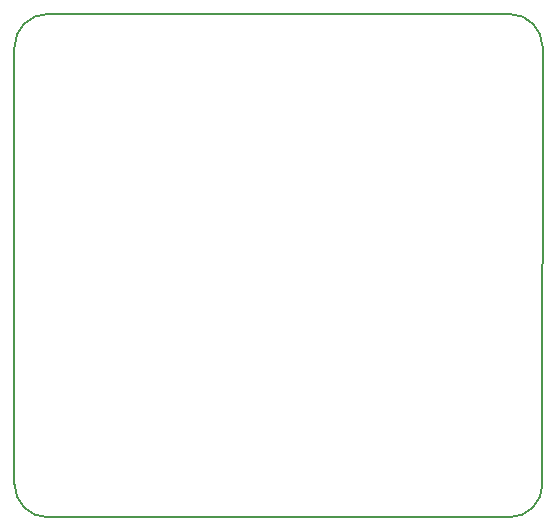
<source format=gm1>
%TF.GenerationSoftware,KiCad,Pcbnew,7.0.7*%
%TF.CreationDate,2024-02-05T14:32:18+01:00*%
%TF.ProjectId,esp-atx-power,6573702d-6174-4782-9d70-6f7765722e6b,1.0.1*%
%TF.SameCoordinates,PX6695f68PY7b6af88*%
%TF.FileFunction,Profile,NP*%
%FSLAX46Y46*%
G04 Gerber Fmt 4.6, Leading zero omitted, Abs format (unit mm)*
G04 Created by KiCad (PCBNEW 7.0.7) date 2024-02-05 14:32:18*
%MOMM*%
%LPD*%
G01*
G04 APERTURE LIST*
%TA.AperFunction,Profile*%
%ADD10C,0.200000*%
%TD*%
G04 APERTURE END LIST*
D10*
X44845044Y39807344D02*
G75*
G03*
X42051000Y42601344I-2794044J-44D01*
G01*
X42037000Y0D02*
G75*
G03*
X44831000Y2794000I0J2794000D01*
G01*
X2921000Y42601344D02*
X42051000Y42601344D01*
X127000Y2794000D02*
G75*
G03*
X2921000Y0I2794000J0D01*
G01*
X44845000Y39807344D02*
X44831000Y2794000D01*
X42037000Y0D02*
X2921000Y0D01*
X127000Y2794000D02*
X127000Y39807344D01*
X2921000Y42601300D02*
G75*
G03*
X127000Y39807344I0J-2794000D01*
G01*
M02*

</source>
